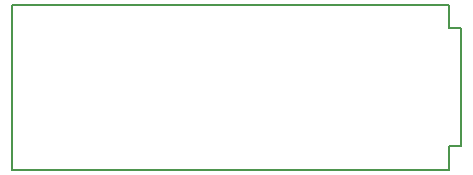
<source format=gm1>
G04 #@! TF.FileFunction,Profile,NP*
%FSLAX46Y46*%
G04 Gerber Fmt 4.6, Leading zero omitted, Abs format (unit mm)*
G04 Created by KiCad (PCBNEW 4.0.7) date 11/01/17 18:21:12*
%MOMM*%
%LPD*%
G01*
G04 APERTURE LIST*
%ADD10C,0.100000*%
%ADD11C,0.150000*%
G04 APERTURE END LIST*
D10*
D11*
X137000000Y-114000000D02*
X130000000Y-114000000D01*
X137000000Y-112000000D02*
X137000000Y-114000000D01*
X138000000Y-112000000D02*
X137000000Y-112000000D01*
X138000000Y-102000000D02*
X138000000Y-112000000D01*
X137000000Y-102000000D02*
X138000000Y-102000000D01*
X137000000Y-100000000D02*
X137000000Y-102000000D01*
X130000000Y-100000000D02*
X137000000Y-100000000D01*
X100000000Y-100000000D02*
X130000000Y-100000000D01*
X100000000Y-114000000D02*
X130000000Y-114000000D01*
X100000000Y-100000000D02*
X100000000Y-114000000D01*
M02*

</source>
